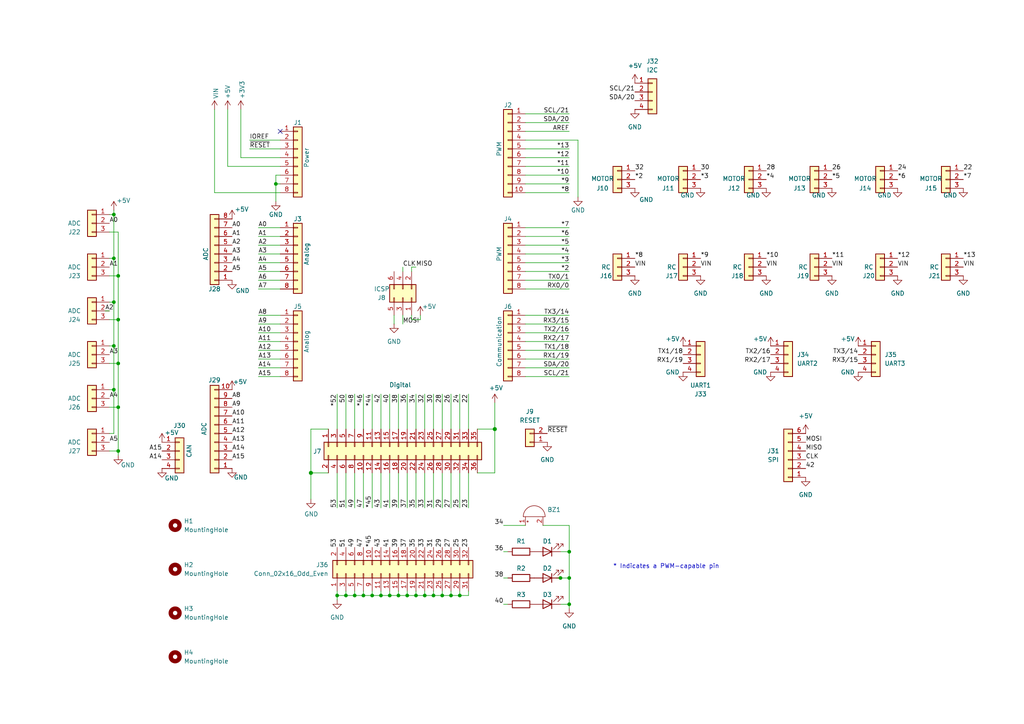
<source format=kicad_sch>
(kicad_sch (version 20231120) (generator "eeschema") (generator_version "8.0")
  (paper "A4")
  (title_block (date "mar. 31 mars 2015"))
  (junction (at 128.27 172.72))
  (junction (at 162.56 167.64))
  (junction (at 90.17 137.16) (diameter 1.016))
  (junction (at 33.02 74.93))
  (junction (at 80.01 53.34))
  (junction (at 110.49 172.72))
  (junction (at 130.81 172.72))
  (junction (at 34.29 118.11))
  (junction (at 34.29 92.71))
  (junction (at 34.29 105.41))
  (junction (at 113.03 172.72))
  (junction (at 34.29 130.81))
  (junction (at 33.02 100.33))
  (junction (at 125.73 172.72))
  (junction (at 133.35 172.72))
  (junction (at 34.29 80.01))
  (junction (at 97.79 172.72))
  (junction (at 33.02 62.23))
  (junction (at 33.02 87.63))
  (junction (at 107.95 172.72))
  (junction (at 165.1 175.26))
  (junction (at 123.19 172.72))
  (junction (at 100.33 172.72))
  (junction (at 165.1 167.64))
  (junction (at 118.11 172.72))
  (junction (at 102.87 172.72))
  (junction (at 120.65 172.72))
  (junction (at 33.02 113.03))
  (junction (at 105.41 172.72))
  (junction (at 165.1 160.02))
  (junction (at 115.57 172.72))
  (junction (at 143.51 124.46) (diameter 1.016))
  (no_connect (at 81.28 38.1))
  (wire (pts (xy 152.4 83.82) (xy 165.1 83.82)))
  (wire (pts (xy 97.79 171.45) (xy 97.79 172.72)))
  (wire (pts (xy 118.11 171.45) (xy 118.11 172.72)))
  (wire (pts (xy 121.92 91.44) (xy 121.92 92.71)))
  (wire (pts (xy 74.93 83.82) (xy 81.28 83.82)))
  (wire (pts (xy 128.27 171.45) (xy 128.27 172.72)))
  (wire (pts (xy 152.4 50.8) (xy 165.1 50.8)))
  (wire (pts (xy 113.03 114.3) (xy 113.03 124.46)))
  (wire (pts (xy 133.35 172.72) (xy 135.89 172.72)))
  (wire (pts (xy 146.05 175.26) (xy 147.32 175.26)))
  (wire (pts (xy 118.11 172.72) (xy 120.65 172.72)))
  (wire (pts (xy 152.4 33.02) (xy 165.1 33.02)))
  (wire (pts (xy 115.57 114.3) (xy 115.57 124.46)))
  (wire (pts (xy 113.03 172.72) (xy 115.57 172.72)))
  (wire (pts (xy 143.51 124.46) (xy 143.51 137.16)))
  (wire (pts (xy 95.25 124.46) (xy 90.17 124.46)))
  (wire (pts (xy 146.05 167.64) (xy 147.32 167.64)))
  (wire (pts (xy 97.79 172.72) (xy 100.33 172.72)))
  (wire (pts (xy 152.4 96.52) (xy 165.1 96.52)))
  (wire (pts (xy 80.01 50.8) (xy 80.01 53.34)))
  (wire (pts (xy 162.56 167.64) (xy 165.1 167.64)))
  (wire (pts (xy 118.11 137.16) (xy 118.11 147.32)))
  (wire (pts (xy 74.93 78.74) (xy 81.28 78.74)))
  (wire (pts (xy 123.19 114.3) (xy 123.19 124.46)))
  (wire (pts (xy 100.33 114.3) (xy 100.33 124.46)))
  (wire (pts (xy 135.89 114.3) (xy 135.89 124.46)))
  (wire (pts (xy 33.02 62.23) (xy 31.75 62.23)))
  (wire (pts (xy 165.1 160.02) (xy 165.1 167.64)))
  (wire (pts (xy 80.01 53.34) (xy 80.01 58.42)))
  (wire (pts (xy 130.81 137.16) (xy 130.81 147.32)))
  (wire (pts (xy 69.85 45.72) (xy 81.28 45.72)))
  (wire (pts (xy 110.49 114.3) (xy 110.49 124.46)))
  (wire (pts (xy 33.02 113.03) (xy 33.02 100.33)))
  (wire (pts (xy 128.27 172.72) (xy 130.81 172.72)))
  (wire (pts (xy 66.04 48.26) (xy 81.28 48.26)))
  (wire (pts (xy 125.73 172.72) (xy 128.27 172.72)))
  (wire (pts (xy 66.04 31.75) (xy 66.04 48.26)))
  (wire (pts (xy 120.65 171.45) (xy 120.65 172.72)))
  (wire (pts (xy 74.93 109.22) (xy 81.28 109.22)))
  (wire (pts (xy 157.48 152.4) (xy 165.1 152.4)))
  (wire (pts (xy 105.41 137.16) (xy 105.41 147.32)))
  (wire (pts (xy 128.27 137.16) (xy 128.27 147.32)))
  (wire (pts (xy 31.75 130.81) (xy 34.29 130.81)))
  (wire (pts (xy 31.75 74.93) (xy 33.02 74.93)))
  (wire (pts (xy 152.4 43.18) (xy 165.1 43.18)))
  (wire (pts (xy 165.1 175.26) (xy 165.1 176.53)))
  (wire (pts (xy 146.05 152.4) (xy 152.4 152.4)))
  (wire (pts (xy 69.85 31.75) (xy 69.85 45.72)))
  (wire (pts (xy 152.4 66.04) (xy 165.1 66.04)))
  (wire (pts (xy 110.49 137.16) (xy 110.49 147.32)))
  (wire (pts (xy 81.28 66.04) (xy 74.93 66.04)))
  (wire (pts (xy 120.65 137.16) (xy 120.65 147.32)))
  (wire (pts (xy 152.4 45.72) (xy 165.1 45.72)))
  (wire (pts (xy 81.28 106.68) (xy 74.93 106.68)))
  (wire (pts (xy 165.1 167.64) (xy 165.1 175.26)))
  (wire (pts (xy 34.29 80.01) (xy 34.29 92.71)))
  (wire (pts (xy 152.4 68.58) (xy 165.1 68.58)))
  (wire (pts (xy 31.75 90.17) (xy 30.48 90.17)))
  (wire (pts (xy 34.29 118.11) (xy 34.29 130.81)))
  (wire (pts (xy 152.4 104.14) (xy 165.1 104.14)))
  (wire (pts (xy 31.75 105.41) (xy 34.29 105.41)))
  (wire (pts (xy 115.57 171.45) (xy 115.57 172.72)))
  (wire (pts (xy 120.65 114.3) (xy 120.65 124.46)))
  (wire (pts (xy 133.35 171.45) (xy 133.35 172.72)))
  (wire (pts (xy 90.17 124.46) (xy 90.17 137.16)))
  (wire (pts (xy 120.65 172.72) (xy 123.19 172.72)))
  (wire (pts (xy 105.41 114.3) (xy 105.41 124.46)))
  (wire (pts (xy 95.25 137.16) (xy 90.17 137.16)))
  (wire (pts (xy 33.02 62.23) (xy 33.02 60.96)))
  (wire (pts (xy 119.38 77.47) (xy 120.65 77.47)))
  (wire (pts (xy 31.75 100.33) (xy 33.02 100.33)))
  (wire (pts (xy 152.4 53.34) (xy 165.1 53.34)))
  (wire (pts (xy 128.27 114.3) (xy 128.27 124.46)))
  (wire (pts (xy 125.73 114.3) (xy 125.73 124.46)))
  (wire (pts (xy 102.87 172.72) (xy 105.41 172.72)))
  (wire (pts (xy 125.73 137.16) (xy 125.73 147.32)))
  (wire (pts (xy 102.87 137.16) (xy 102.87 147.32)))
  (wire (pts (xy 133.35 114.3) (xy 133.35 124.46)))
  (wire (pts (xy 34.29 92.71) (xy 34.29 105.41)))
  (wire (pts (xy 152.4 73.66) (xy 165.1 73.66)))
  (wire (pts (xy 119.38 92.71) (xy 121.92 92.71)))
  (wire (pts (xy 113.03 137.16) (xy 113.03 147.32)))
  (wire (pts (xy 107.95 114.3) (xy 107.95 124.46)))
  (wire (pts (xy 135.89 172.72) (xy 135.89 171.45)))
  (wire (pts (xy 107.95 171.45) (xy 107.95 172.72)))
  (wire (pts (xy 72.39 40.64) (xy 81.28 40.64)))
  (wire (pts (xy 130.81 171.45) (xy 130.81 172.72)))
  (wire (pts (xy 31.75 80.01) (xy 34.29 80.01)))
  (wire (pts (xy 102.87 171.45) (xy 102.87 172.72)))
  (wire (pts (xy 110.49 171.45) (xy 110.49 172.72)))
  (wire (pts (xy 125.73 171.45) (xy 125.73 172.72)))
  (wire (pts (xy 114.3 91.44) (xy 114.3 93.98)))
  (wire (pts (xy 152.4 93.98) (xy 165.1 93.98)))
  (wire (pts (xy 107.95 137.16) (xy 107.95 147.32)))
  (wire (pts (xy 143.51 116.84) (xy 143.51 124.46)))
  (wire (pts (xy 116.84 91.44) (xy 116.84 93.98)))
  (wire (pts (xy 31.75 67.31) (xy 34.29 67.31)))
  (wire (pts (xy 167.64 40.64) (xy 167.64 57.15)))
  (wire (pts (xy 123.19 171.45) (xy 123.19 172.72)))
  (wire (pts (xy 152.4 109.22) (xy 165.1 109.22)))
  (wire (pts (xy 152.4 38.1) (xy 165.1 38.1)))
  (wire (pts (xy 138.43 124.46) (xy 143.51 124.46)))
  (wire (pts (xy 105.41 171.45) (xy 105.41 172.72)))
  (wire (pts (xy 152.4 101.6) (xy 165.1 101.6)))
  (wire (pts (xy 74.93 99.06) (xy 81.28 99.06)))
  (wire (pts (xy 34.29 130.81) (xy 34.29 132.08)))
  (wire (pts (xy 123.19 172.72) (xy 125.73 172.72)))
  (wire (pts (xy 100.33 172.72) (xy 102.87 172.72)))
  (wire (pts (xy 81.28 71.12) (xy 74.93 71.12)))
  (wire (pts (xy 72.39 43.18) (xy 81.28 43.18)))
  (wire (pts (xy 152.4 91.44) (xy 165.1 91.44)))
  (wire (pts (xy 165.1 160.02) (xy 162.56 160.02)))
  (wire (pts (xy 81.28 53.34) (xy 80.01 53.34)))
  (wire (pts (xy 100.33 171.45) (xy 100.33 172.72)))
  (wire (pts (xy 165.1 152.4) (xy 165.1 160.02)))
  (wire (pts (xy 31.75 87.63) (xy 33.02 87.63)))
  (wire (pts (xy 34.29 105.41) (xy 34.29 118.11)))
  (wire (pts (xy 81.28 55.88) (xy 62.23 55.88)))
  (wire (pts (xy 97.79 114.3) (xy 97.79 124.46)))
  (wire (pts (xy 115.57 172.72) (xy 118.11 172.72)))
  (wire (pts (xy 74.93 68.58) (xy 81.28 68.58)))
  (wire (pts (xy 100.33 137.16) (xy 100.33 147.32)))
  (wire (pts (xy 107.95 172.72) (xy 110.49 172.72)))
  (wire (pts (xy 116.84 77.47) (xy 116.84 78.74)))
  (wire (pts (xy 123.19 137.16) (xy 123.19 147.32)))
  (wire (pts (xy 81.28 96.52) (xy 74.93 96.52)))
  (wire (pts (xy 33.02 87.63) (xy 33.02 74.93)))
  (wire (pts (xy 146.05 160.02) (xy 147.32 160.02)))
  (wire (pts (xy 97.79 137.16) (xy 97.79 147.32)))
  (wire (pts (xy 105.41 172.72) (xy 107.95 172.72)))
  (wire (pts (xy 152.4 99.06) (xy 165.1 99.06)))
  (wire (pts (xy 152.4 40.64) (xy 167.64 40.64)))
  (wire (pts (xy 31.75 125.73) (xy 33.02 125.73)))
  (wire (pts (xy 115.57 137.16) (xy 115.57 147.32)))
  (wire (pts (xy 31.75 92.71) (xy 34.29 92.71)))
  (wire (pts (xy 81.28 50.8) (xy 80.01 50.8)))
  (wire (pts (xy 74.93 104.14) (xy 81.28 104.14)))
  (wire (pts (xy 130.81 114.3) (xy 130.81 124.46)))
  (wire (pts (xy 31.75 118.11) (xy 34.29 118.11)))
  (wire (pts (xy 152.4 48.26) (xy 165.1 48.26)))
  (wire (pts (xy 118.11 114.3) (xy 118.11 124.46)))
  (wire (pts (xy 74.93 93.98) (xy 81.28 93.98)))
  (wire (pts (xy 161.29 167.64) (xy 162.56 167.64)))
  (wire (pts (xy 152.4 71.12) (xy 165.1 71.12)))
  (wire (pts (xy 119.38 78.74) (xy 119.38 77.47)))
  (wire (pts (xy 33.02 74.93) (xy 33.02 62.23)))
  (wire (pts (xy 33.02 100.33) (xy 33.02 87.63)))
  (wire (pts (xy 31.75 113.03) (xy 33.02 113.03)))
  (wire (pts (xy 74.93 73.66) (xy 81.28 73.66)))
  (wire (pts (xy 102.87 114.3) (xy 102.87 124.46)))
  (wire (pts (xy 97.79 172.72) (xy 97.79 173.99)))
  (wire (pts (xy 152.4 106.68) (xy 165.1 106.68)))
  (wire (pts (xy 143.51 137.16) (xy 138.43 137.16)))
  (wire (pts (xy 81.28 91.44) (xy 74.93 91.44)))
  (wire (pts (xy 119.38 91.44) (xy 119.38 92.71)))
  (wire (pts (xy 135.89 137.16) (xy 135.89 147.32)))
  (wire (pts (xy 165.1 175.26) (xy 162.56 175.26)))
  (wire (pts (xy 152.4 35.56) (xy 165.1 35.56)))
  (wire (pts (xy 133.35 137.16) (xy 133.35 147.32)))
  (wire (pts (xy 152.4 78.74) (xy 165.1 78.74)))
  (wire (pts (xy 152.4 76.2) (xy 165.1 76.2)))
  (wire (pts (xy 110.49 172.72) (xy 113.03 172.72)))
  (wire (pts (xy 34.29 67.31) (xy 34.29 80.01)))
  (wire (pts (xy 113.03 171.45) (xy 113.03 172.72)))
  (wire (pts (xy 130.81 172.72) (xy 133.35 172.72)))
  (wire (pts (xy 33.02 125.73) (xy 33.02 113.03)))
  (wire (pts (xy 152.4 81.28) (xy 165.1 81.28)))
  (wire (pts (xy 81.28 101.6) (xy 74.93 101.6)))
  (wire (pts (xy 62.23 55.88) (xy 62.23 31.75)))
  (wire (pts (xy 90.17 137.16) (xy 90.17 144.78)))
  (wire (pts (xy 81.28 81.28) (xy 74.93 81.28)))
  (wire (pts (xy 81.28 76.2) (xy 74.93 76.2)))
  (wire (pts (xy 152.4 55.88) (xy 165.1 55.88)))
  (text "* Indicates a PWM-capable pin" (at 177.8 165.1 0) (effects (font (size 1.27 1.27)) (justify left bottom)))
  (label "A10" (at 74.93 96.52 0))
  (label "A3" (at 31.75 102.87 0))
  (label "RX0{slash}0" (at 165.1 83.82 180))
  (label "A12" (at 67.31 125.73 0))
  (label "A15" (at 74.93 109.22 0))
  (label "32" (at 184.15 49.53 0))
  (label "A0" (at 31.75 64.77 0))
  (label "24" (at 260.35 49.53 0))
  (label "*4" (at 222.25 52.07 0))
  (label "A10" (at 67.31 120.65 0))
  (label "35" (at 120.65 158.75 90))
  (label "53" (at 97.79 158.75 90))
  (label "A2" (at 74.93 71.12 0))
  (label "RX2{slash}17" (at 165.1 99.06 180))
  (label "*4" (at 165.1 73.66 180))
  (label "VIN" (at 279.4 77.47 0))
  (label "*12" (at 260.35 74.93 0))
  (label "SDA{slash}20" (at 165.1 106.68 180))
  (label "26" (at 130.81 114.3 270))
  (label "A9" (at 67.31 118.11 0))
  (label "RX1{slash}19" (at 198.12 105.41 180))
  (label "31" (at 125.73 147.32 90))
  (label "22" (at 135.89 114.3 270))
  (label "33" (at 123.19 147.32 90))
  (label "36" (at 118.11 114.3 270))
  (label "A2" (at 30.48 90.17 0))
  (label "*2" (at 165.1 78.74 180))
  (label "*10" (at 222.25 74.93 0))
  (label "A1" (at 67.31 68.58 0))
  (label "37" (at 118.11 158.75 90))
  (label "TX1{slash}18" (at 165.1 101.6 180))
  (label "*44" (at 107.95 114.3 270))
  (label "A3" (at 74.93 73.66 0))
  (label "47" (at 105.41 158.75 90))
  (label "A3" (at 67.31 73.66 0))
  (label "CLK" (at 233.68 133.35 0))
  (label "*13" (at 165.1 43.18 180))
  (label "A14" (at 46.99 133.35 180))
  (label "VIN" (at 222.25 77.47 0))
  (label "A4" (at 67.31 76.2 0))
  (label "*7" (at 279.4 52.07 0))
  (label "*52" (at 97.79 114.3 270))
  (label "*12" (at 165.1 45.72 180))
  (label "33" (at 123.19 158.75 90))
  (label "39" (at 115.57 158.75 90))
  (label "40" (at 113.03 114.3 270))
  (label "RX2{slash}17" (at 223.52 105.41 180))
  (label "51" (at 100.33 158.75 90))
  (label "~{RESET}" (at 72.39 43.18 0))
  (label "A4" (at 31.75 115.57 0))
  (label "25" (at 133.35 158.75 90))
  (label "RX3{slash}15" (at 248.92 105.41 180))
  (label "35" (at 120.65 147.32 90))
  (label "*10" (at 165.1 50.8 180))
  (label "VIN" (at 184.15 77.47 0))
  (label "SCL{slash}21" (at 184.15 26.67 180))
  (label "VIN" (at 260.35 77.47 0))
  (label "VIN" (at 241.3 77.47 0))
  (label "34" (at 146.05 152.4 180))
  (label "38" (at 146.05 167.64 180))
  (label "*8" (at 184.15 74.93 0))
  (label "A8" (at 67.31 115.57 0))
  (label "28" (at 128.27 114.3 270))
  (label "30" (at 203.2 49.53 0))
  (label "*13" (at 279.4 74.93 0))
  (label "MISO" (at 120.65 77.47 0))
  (label "42" (at 233.68 135.89 0))
  (label "26" (at 241.3 49.53 0))
  (label "23" (at 135.89 147.32 90))
  (label "41" (at 113.03 158.75 90))
  (label "A0" (at 67.31 66.04 0))
  (label "*45" (at 107.95 158.75 90))
  (label "29" (at 128.27 147.32 90))
  (label "A13" (at 74.93 104.14 0))
  (label "41" (at 113.03 147.32 90))
  (label "30" (at 125.73 114.3 270))
  (label "47" (at 105.41 147.32 90))
  (label "34" (at 120.65 114.3 270))
  (label "*45" (at 107.95 147.32 90))
  (label "28" (at 222.25 49.53 0))
  (label "38" (at 115.57 114.3 270))
  (label "51" (at 100.33 147.32 90))
  (label "*7" (at 165.1 66.04 180))
  (label "*6" (at 260.35 52.07 0))
  (label "SDA{slash}20" (at 165.1 35.56 180))
  (label "*8" (at 165.1 55.88 180))
  (label "A5" (at 31.75 128.27 0))
  (label "49" (at 102.87 158.75 90))
  (label "A5" (at 67.31 78.74 0))
  (label "TX3{slash}14" (at 248.92 102.87 180))
  (label "*9" (at 203.2 74.93 0))
  (label "TX1{slash}18" (at 198.12 102.87 180))
  (label "36" (at 146.05 160.02 180))
  (label "*5" (at 241.3 52.07 0))
  (label "A9" (at 74.93 93.98 0))
  (label "31" (at 125.73 158.75 90))
  (label "A13" (at 67.31 128.27 0))
  (label "*11" (at 165.1 48.26 180))
  (label "29" (at 128.27 158.75 90))
  (label "A1" (at 31.75 77.47 0))
  (label "CLK" (at 116.84 77.47 0))
  (label "*3" (at 165.1 76.2 180))
  (label "A11" (at 67.31 123.19 0))
  (label "A6" (at 74.93 81.28 0))
  (label "A15" (at 67.31 133.35 0))
  (label "42" (at 110.49 114.3 270))
  (label "A1" (at 74.93 68.58 0))
  (label "23" (at 135.89 158.75 90))
  (label "53" (at 97.79 147.32 90))
  (label "TX0{slash}1" (at 165.1 81.28 180))
  (label "MOSI" (at 233.68 128.27 0))
  (label "40" (at 146.05 175.26 180))
  (label "24" (at 133.35 114.3 270))
  (label "RX1{slash}19" (at 165.1 104.14 180))
  (label "A0" (at 74.93 66.04 0))
  (label "43" (at 110.49 158.75 90))
  (label "AREF" (at 165.1 38.1 180))
  (label "A14" (at 74.93 106.68 0))
  (label "39" (at 115.57 147.32 90))
  (label "A8" (at 74.93 91.44 0))
  (label "27" (at 130.81 158.75 90))
  (label "*2" (at 184.15 52.07 0))
  (label "27" (at 130.81 147.32 90))
  (label "37" (at 118.11 147.32 90))
  (label "25" (at 133.35 147.32 90))
  (label "*6" (at 165.1 68.58 180))
  (label "*3" (at 203.2 52.07 0))
  (label "*46" (at 105.41 114.3 270))
  (label "VIN" (at 203.2 77.47 0))
  (label "MISO" (at 233.68 130.81 0))
  (label "SCL{slash}21" (at 165.1 33.02 180))
  (label "*9" (at 165.1 53.34 180))
  (label "SDA{slash}20" (at 184.15 29.21 180))
  (label "*11" (at 241.3 74.93 0))
  (label "22" (at 279.4 49.53 0))
  (label "50" (at 100.33 114.3 270))
  (label "TX2{slash}16" (at 165.1 96.52 180))
  (label "*5" (at 165.1 71.12 180))
  (label "IOREF" (at 72.39 40.64 0))
  (label "A7" (at 74.93 83.82 0))
  (label "~{RESET}" (at 158.75 125.73 0))
  (label "A11" (at 74.93 99.06 0))
  (label "A4" (at 74.93 76.2 0))
  (label "49" (at 102.87 147.32 90))
  (label "TX2{slash}16" (at 223.52 102.87 180))
  (label "A5" (at 74.93 78.74 0))
  (label "RX3{slash}15" (at 165.1 93.98 180))
  (label "TX3{slash}14" (at 165.1 91.44 180))
  (label "A14" (at 67.31 130.81 0))
  (label "MOSI" (at 116.84 93.98 0))
  (label "32" (at 123.19 114.3 270))
  (label "43" (at 110.49 147.32 90))
  (label "A2" (at 67.31 71.12 0))
  (label "A12" (at 74.93 101.6 0))
  (label "SCL{slash}21" (at 165.1 109.22 180))
  (label "48" (at 102.87 114.3 270))
  (label "A15" (at 46.99 130.81 180))
  (symbol (lib_id "Connector_Generic:Conn_01x08") (at 86.36 45.72 0) (unit 1)
    (property "Reference" "J1" (at 86.36 35.56 0))
    (property "Value" "Power" (at 88.9 45.72 90))
    (property "Footprint" "Connector_PinHeader_2.54mm:PinHeader_1x08_P2.54mm_Vertical" (effects (hide yes)))
  )
  (symbol (lib_id "power:+3V3") (at 69.85 31.75 0) (unit 1)
    (property "Reference" "#PWR03" (effects (hide yes)))
    (property "Value" "+3V3" (at 70.231 28.702 90) (effects (justify left)))
  )
  (symbol (lib_id "power:+5V") (at 66.04 31.75 0) (unit 1)
    (property "Reference" "#PWR02" (effects (hide yes)))
    (property "Value" "+5V" (at 66.04 28.702 90) (effects (justify left)))
  )
  (symbol (lib_id "power:GND") (at 80.01 58.42 0) (unit 1)
    (property "Reference" "#PWR04" (effects (hide yes)))
    (property "Value" "GND" (at 80.01 62.23 0))
  )
  (symbol (lib_id "Connector_Generic:Conn_01x10") (at 147.32 43.18 0) (mirror y) (unit 1)
    (property "Reference" "J2" (at 147.32 30.48 0))
    (property "Value" "PWM" (at 144.78 43.18 90))
    (property "Footprint" "Connector_PinHeader_2.54mm:PinHeader_1x10_P2.54mm_Vertical" (effects (hide yes)))
  )
  (symbol (lib_id "power:GND") (at 167.64 57.15 0) (unit 1)
    (property "Reference" "#PWR05" (effects (hide yes)))
    (property "Value" "GND" (at 167.64 60.96 0))
  )
  (symbol (lib_id "Connector_Generic:Conn_01x08") (at 86.36 73.66 0) (unit 1)
    (property "Reference" "J3" (at 86.36 63.5 0))
    (property "Value" "Analog" (at 88.9 73.66 90))
    (property "Footprint" "Connector_PinHeader_2.54mm:PinHeader_1x08_P2.54mm_Vertical" (effects (hide yes)))
  )
  (symbol (lib_id "Connector_Generic:Conn_01x08") (at 147.32 73.66 0) (mirror y) (unit 1)
    (property "Reference" "J4" (at 147.32 63.5 0))
    (property "Value" "PWM" (at 144.78 73.66 90))
    (property "Footprint" "Connector_PinHeader_2.54mm:PinHeader_1x08_P2.54mm_Vertical" (effects (hide yes)))
  )
  (symbol (lib_id "Connector_Generic:Conn_01x08") (at 86.36 99.06 0) (unit 1)
    (property "Reference" "J5" (at 86.36 88.9 0))
    (property "Value" "Analog" (at 88.9 99.06 90))
    (property "Footprint" "Connector_PinHeader_2.54mm:PinHeader_1x08_P2.54mm_Vertical" (effects (hide yes)))
  )
  (symbol (lib_id "Connector_Generic:Conn_01x08") (at 147.32 99.06 0) (mirror y) (unit 1)
    (property "Reference" "J6" (at 147.32 88.9 0))
    (property "Value" "Communication" (at 144.78 99.06 90))
    (property "Footprint" "Connector_PinHeader_2.54mm:PinHeader_1x08_P2.54mm_Vertical" (effects (hide yes)))
  )
  (symbol (lib_id "Connector_Generic:Conn_02x18_Odd_Even") (at 115.57 129.54 90) (mirror x) (unit 1)
    (property "Reference" "J7" (at 93.2179 130.9306 90) (effects (justify left)))
    (property "Value" "Digital" (at 116.078 111.633 90))
    (property "Footprint" "Connector_PinHeader_2.54mm:PinHeader_2x18_P2.54mm_Vertical" (effects (hide yes)))
  )
  (symbol (lib_id "power:GND") (at 90.17 144.78 0) (unit 1)
    (property "Reference" "#PWR07" (effects (hide yes)))
    (property "Value" "GND" (at 90.2843 149.1044 0))
  )
  (symbol (lib_id "power:+5V") (at 143.51 116.84 0) (unit 1)
    (property "Reference" "#PWR06" (effects (hide yes)))
    (property "Value" "+5V" (at 143.8783 112.5156 0))
  )
  (symbol (lib_name "GND_7") (lib_id "power:GND") (at 223.52 107.95 0) (unit 1)
    (property "Reference" "#PWR044" (effects (hide yes)))
    (property "Value" "GND" (at 220.472 107.95 0))
    (property "Description" "Power symbol creates a global label with name \"GND\" , ground" (effects (hide yes)))
  )
  (symbol (lib_id "Connector_Generic:Conn_01x03") (at 236.22 77.47 0) (mirror y) (unit 1)
    (property "Reference" "J19" (at 232.918 80.01 0))
    (property "Value" "RC" (at 232.918 77.47 0))
    (property "Footprint" "Connector_JST:JST_XH_B3B-XH-A_1x03_P2.50mm_Vertical" (effects (hide yes)))
    (property "Description" "Generic connector, single row, 01x03, script generated (kicad-library-utils/schlib/autogen/connector/)" (effects (hide yes)))
  )
  (symbol (lib_id "Connector_Generic:Conn_01x03") (at 179.07 77.47 0) (mirror y) (unit 1)
    (property "Reference" "J16" (at 175.768 80.01 0))
    (property "Value" "RC" (at 175.768 77.47 0))
    (property "Footprint" "Connector_JST:JST_XH_B3B-XH-A_1x03_P2.50mm_Vertical" (effects (hide yes)))
    (property "Description" "Generic connector, single row, 01x03, script generated (kicad-library-utils/schlib/autogen/connector/)" (effects (hide yes)))
  )
  (symbol (lib_id "Device:LED") (at 158.75 175.26 180) (unit 1)
    (property "Reference" "D3" (at 158.75 172.466 0))
    (property "Value" "LED" (effects (hide yes)))
    (property "Footprint" "LED_SMD:LED_0603_1608Metric" (effects (hide yes)))
    (property "Description" "Light emitting diode" (effects (hide yes)))
  )
  (symbol (lib_id "Mechanical:MountingHole") (at 50.8 190.5 0) (unit 1) (exclude_from_sim yes) (in_bom no)
    (property "Reference" "H4" (at 53.34 189.2299 0) (effects (justify left)))
    (property "Value" "MountingHole" (at 53.34 191.7699 0) (effects (justify left)))
    (property "Footprint" "MountingHole:MountingHole_3.5mm_Pad_Via" (effects (hide yes)))
    (property "Description" "Mounting Hole without connection" (effects (hide yes)))
  )
  (symbol (lib_name "GND_8") (lib_id "power:GND") (at 165.1 176.53 0) (unit 1)
    (property "Reference" "#PWR051" (effects (hide yes)))
    (property "Value" "GND" (at 165.1 181.61 0))
    (property "Description" "Power symbol creates a global label with name \"GND\" , ground" (effects (hide yes)))
  )
  (symbol (lib_id "Connector_Generic:Conn_01x03") (at 255.27 52.07 0) (mirror y) (unit 1)
    (property "Reference" "J14" (at 250.952 54.61 0))
    (property "Value" "MOTOR" (at 250.952 51.816 0))
    (property "Footprint" "Connector_JST:JST_XH_B3B-XH-A_1x03_P2.50mm_Vertical" (effects (hide yes)))
    (property "Description" "Generic connector, single row, 01x03, script generated (kicad-library-utils/schlib/autogen/connector/)" (effects (hide yes)))
  )
  (symbol (lib_name "GND_7") (lib_id "power:GND") (at 198.12 107.95 0) (unit 1)
    (property "Reference" "#PWR022" (effects (hide yes)))
    (property "Value" "GND" (at 195.072 107.95 0))
    (property "Description" "Power symbol creates a global label with name \"GND\" , ground" (effects (hide yes)))
  )
  (symbol (lib_id "Connector_Generic:Conn_01x03") (at 198.12 77.47 0) (mirror y) (unit 1)
    (property "Reference" "J17" (at 194.818 80.01 0))
    (property "Value" "RC" (at 194.818 77.47 0))
    (property "Footprint" "Connector_JST:JST_XH_B3B-XH-A_1x03_P2.50mm_Vertical" (effects (hide yes)))
    (property "Description" "Generic connector, single row, 01x03, script generated (kicad-library-utils/schlib/autogen/connector/)" (effects (hide yes)))
  )
  (symbol (lib_id "Connector_Generic:Conn_01x08") (at 62.23 73.66 180) (unit 1)
    (property "Reference" "J28" (at 62.23 83.82 0))
    (property "Value" "ADC" (at 59.69 73.66 90))
    (property "Footprint" "Connector_JST:JST_XH_B8B-XH-A_1x08_P2.50mm_Vertical" (effects (hide yes)))
  )
  (symbol (lib_name "+5V_2") (lib_id "power:+5V") (at 233.68 125.73 0) (unit 1)
    (property "Reference" "#PWR011" (effects (hide yes)))
    (property "Value" "+5V" (at 233.68 120.65 0))
    (property "Description" "Power symbol creates a global label with name \"+5V\"" (effects (hide yes)))
  )
  (symbol (lib_name "+5V_1") (lib_id "power:+5V") (at 121.92 91.44 0) (unit 1)
    (property "Reference" "#PWR09" (effects (hide yes)))
    (property "Value" "+5V" (at 124.46 88.9 0))
    (property "Description" "Power symbol creates a global label with name \"+5V\"" (effects (hide yes)))
  )
  (symbol (lib_id "Connector_Generic:Conn_01x04") (at 228.6 102.87 0) (unit 1)
    (property "Reference" "J34" (at 231.14 102.8699 0) (effects (justify left)))
    (property "Value" "UART2" (at 231.14 105.4099 0) (effects (justify left)))
    (property "Footprint" "Connector_JST:JST_XH_B4B-XH-A_1x04_P2.50mm_Vertical" (effects (hide yes)))
    (property "Description" "Generic connector, single row, 01x04, script generated (kicad-library-utils/schlib/autogen/connector/)" (effects (hide yes)))
  )
  (symbol (lib_name "GND_4") (lib_id "power:GND") (at 260.35 54.61 0) (unit 1)
    (property "Reference" "#PWR026" (effects (hide yes)))
    (property "Value" "GND" (at 256.54 56.642 0))
    (property "Description" "Power symbol creates a global label with name \"GND\" , ground" (effects (hide yes)))
  )
  (symbol (lib_id "Mechanical:MountingHole") (at 50.8 165.1 0) (unit 1) (exclude_from_sim yes) (in_bom no)
    (property "Reference" "H2" (at 53.34 163.8299 0) (effects (justify left)))
    (property "Value" "MountingHole" (at 53.34 166.3699 0) (effects (justify left)))
    (property "Footprint" "MountingHole:MountingHole_3.5mm_Pad_Via" (effects (hide yes)))
    (property "Description" "Mounting Hole without connection" (effects (hide yes)))
  )
  (symbol (lib_name "GND_4") (lib_id "power:GND") (at 184.15 54.61 0) (unit 1)
    (property "Reference" "#PWR013" (effects (hide yes)))
    (property "Value" "GND" (at 187.452 57.912 0))
    (property "Description" "Power symbol creates a global label with name \"GND\" , ground" (effects (hide yes)))
  )
  (symbol (lib_id "Connector_Generic:Conn_01x03") (at 217.17 77.47 0) (mirror y) (unit 1)
    (property "Reference" "J18" (at 213.868 80.01 0))
    (property "Value" "RC" (at 213.868 77.47 0))
    (property "Footprint" "Connector_JST:JST_XH_B3B-XH-A_1x03_P2.50mm_Vertical" (effects (hide yes)))
    (property "Description" "Generic connector, single row, 01x03, script generated (kicad-library-utils/schlib/autogen/connector/)" (effects (hide yes)))
  )
  (symbol (lib_name "GND_4") (lib_id "power:GND") (at 184.15 80.01 0) (unit 1)
    (property "Reference" "#PWR019" (effects (hide yes)))
    (property "Value" "GND" (at 184.15 85.09 0))
    (property "Description" "Power symbol creates a global label with name \"GND\" , ground" (effects (hide yes)))
  )
  (symbol (lib_name "GND_7") (lib_id "power:GND") (at 248.92 107.95 0) (unit 1)
    (property "Reference" "#PWR046" (effects (hide yes)))
    (property "Value" "GND" (at 245.872 107.95 0))
    (property "Description" "Power symbol creates a global label with name \"GND\" , ground" (effects (hide yes)))
  )
  (symbol (lib_id "power:VCC") (at 62.23 31.75 0) (unit 1)
    (property "Reference" "#PWR01" (effects (hide yes)))
    (property "Value" "VIN" (at 62.611 28.702 90) (effects (justify left)))
  )
  (symbol (lib_name "+5V_4") (lib_id "power:+5V") (at 33.02 60.96 0) (unit 1)
    (property "Reference" "#PWR047" (effects (hide yes)))
    (property "Value" "+5V" (at 35.814 58.166 0))
    (property "Description" "Power symbol creates a global label with name \"+5V\"" (effects (hide yes)))
  )
  (symbol (lib_id "Connector_Generic:Conn_01x04") (at 52.07 130.81 0) (unit 1)
    (property "Reference" "J30" (at 52.07 123.444 0))
    (property "Value" "CAN" (at 54.864 130.81 90))
    (property "Footprint" "Connector_JST:JST_XH_B4B-XH-A_1x04_P2.50mm_Vertical" (effects (hide yes)))
    (property "Description" "Generic connector, single row, 01x04, script generated (kicad-library-utils/schlib/autogen/connector/)" (effects (hide yes)))
  )
  (symbol (lib_id "Connector_Generic:Conn_01x03") (at 198.12 52.07 0) (mirror y) (unit 1)
    (property "Reference" "J11" (at 193.802 54.61 0))
    (property "Value" "MOTOR" (at 193.802 51.816 0))
    (property "Footprint" "Connector_JST:JST_XH_B3B-XH-A_1x03_P2.50mm_Vertical" (effects (hide yes)))
    (property "Description" "Generic connector, single row, 01x03, script generated (kicad-library-utils/schlib/autogen/connector/)" (effects (hide yes)))
  )
  (symbol (lib_id "Device:Buzzer") (at 154.94 149.86 90) (unit 1)
    (property "Reference" "BZ1" (at 158.75 147.8348 90) (effects (justify right)))
    (property "Value" "Buzzer" (effects (hide yes)))
    (property "Footprint" "Buzzer_Beeper:Buzzer_12x9.5RM7.6" (effects (hide yes)))
    (property "Description" "Buzzer, polarized" (effects (hide yes)))
  )
  (symbol (lib_name "GND_3") (lib_id "power:GND") (at 158.75 128.27 0) (unit 1)
    (property "Reference" "#PWR012" (effects (hide yes)))
    (property "Value" "GND" (at 158.75 133.35 0))
    (property "Description" "Power symbol creates a global label with name \"GND\" , ground" (effects (hide yes)))
  )
  (symbol (lib_name "GND_4") (lib_id "power:GND") (at 260.35 80.01 0) (unit 1)
    (property "Reference" "#PWR031" (effects (hide yes)))
    (property "Value" "GND" (at 260.35 85.09 0))
    (property "Description" "Power symbol creates a global label with name \"GND\" , ground" (effects (hide yes)))
  )
  (symbol (lib_id "Connector_Generic:Conn_01x03") (at 255.27 77.47 0) (mirror y) (unit 1)
    (property "Reference" "J20" (at 251.968 80.01 0))
    (property "Value" "RC" (at 251.968 77.47 0))
    (property "Footprint" "Connector_JST:JST_XH_B3B-XH-A_1x03_P2.50mm_Vertical" (effects (hide yes)))
    (property "Description" "Generic connector, single row, 01x03, script generated (kicad-library-utils/schlib/autogen/connector/)" (effects (hide yes)))
  )
  (symbol (lib_name "+5V_5") (lib_id "power:+5V") (at 184.15 24.13 0) (mirror y) (unit 1)
    (property "Reference" "#PWR018" (effects (hide yes)))
    (property "Value" "+5V" (at 184.15 19.05 0))
    (property "Description" "Power symbol creates a global label with name \"+5V\"" (effects (hide yes)))
  )
  (symbol (lib_name "GND_4") (lib_id "power:GND") (at 241.3 80.01 0) (unit 1)
    (property "Reference" "#PWR030" (effects (hide yes)))
    (property "Value" "GND" (at 241.3 85.09 0))
    (property "Description" "Power symbol creates a global label with name \"GND\" , ground" (effects (hide yes)))
  )
  (symbol (lib_id "Connector_Generic:Conn_01x04") (at 254 102.87 0) (unit 1)
    (property "Reference" "J35" (at 256.54 102.8699 0) (effects (justify left)))
    (property "Value" "UART3" (at 256.54 105.4099 0) (effects (justify left)))
    (property "Footprint" "Connector_JST:JST_XH_B4B-XH-A_1x04_P2.50mm_Vertical" (effects (hide yes)))
    (property "Description" "Generic connector, single row, 01x04, script generated (kicad-library-utils/schlib/autogen/connector/)" (effects (hide yes)))
  )
  (symbol (lib_name "GND_9") (lib_id "power:GND") (at 67.31 81.28 0) (unit 1)
    (property "Reference" "#PWR053" (effects (hide yes)))
    (property "Value" "GND" (at 70.358 84.328 0))
    (property "Description" "Power symbol creates a global label with name \"GND\" , ground" (effects (hide yes)))
  )
  (symbol (lib_id "Connector_Generic:Conn_01x03") (at 274.32 77.47 0) (mirror y) (unit 1)
    (property "Reference" "J21" (at 271.018 80.01 0))
    (property "Value" "RC" (at 271.018 77.47 0))
    (property "Footprint" "Connector_JST:JST_XH_B3B-XH-A_1x03_P2.50mm_Vertical" (effects (hide yes)))
    (property "Description" "Generic connector, single row, 01x03, script generated (kicad-library-utils/schlib/autogen/connector/)" (effects (hide yes)))
  )
  (symbol (lib_name "+5V_5") (lib_id "power:+5V") (at 248.92 100.33 0) (unit 1)
    (property "Reference" "#PWR045" (effects (hide yes)))
    (property "Value" "+5V" (at 245.872 98.298 0))
    (property "Description" "Power symbol creates a global label with name \"+5V\"" (effects (hide yes)))
  )
  (symbol (lib_id "Device:LED") (at 158.75 167.64 180) (unit 1)
    (property "Reference" "D2" (at 158.75 164.846 0))
    (property "Value" "LED" (effects (hide yes)))
    (property "Footprint" "LED_SMD:LED_0603_1608Metric" (effects (hide yes)))
    (property "Description" "Light emitting diode" (effects (hide yes)))
  )
  (symbol (lib_name "GND_4") (lib_id "power:GND") (at 279.4 80.01 0) (unit 1)
    (property "Reference" "#PWR032" (effects (hide yes)))
    (property "Value" "GND" (at 279.4 85.09 0))
    (property "Description" "Power symbol creates a global label with name \"GND\" , ground" (effects (hide yes)))
  )
  (symbol (lib_name "+5V_5") (lib_id "power:+5V") (at 223.52 100.33 0) (unit 1)
    (property "Reference" "#PWR043" (effects (hide yes)))
    (property "Value" "+5V" (at 220.472 98.298 0))
    (property "Description" "Power symbol creates a global label with name \"+5V\"" (effects (hide yes)))
  )
  (symbol (lib_name "+5V_6") (lib_id "power:+5V") (at 67.31 63.5 0) (unit 1)
    (property "Reference" "#PWR052" (effects (hide yes)))
    (property "Value" "+5V" (at 70.104 60.706 0))
    (property "Description" "Power symbol creates a global label with name \"+5V\"" (effects (hide yes)))
  )
  (symbol (lib_id "Connector_Generic:Conn_02x03_Odd_Even") (at 116.84 86.36 270) (mirror x) (unit 1)
    (property "Reference" "J8" (at 109.474 86.36 90) (effects (justify left)))
    (property "Value" "ICSP" (at 108.458 83.82 90) (effects (justify left)))
    (property "Footprint" "Connector_PinHeader_2.54mm:PinHeader_2x03_P2.54mm_Vertical" (effects (hide yes)))
    (property "Description" "Generic connector, double row, 02x03, odd/even pin numbering scheme (row 1 odd numbers, row 2 even numbers), script generated (kicad-library-utils/schlib/autogen/connector/)" (effects (hide yes)))
  )
  (symbol (lib_id "Connector_Generic:Conn_01x03") (at 26.67 90.17 0) (mirror y) (unit 1)
    (property "Reference" "J24" (at 21.59 92.71 0))
    (property "Value" "ADC" (at 21.59 90.17 0))
    (property "Footprint" "Connector_JST:JST_XH_B3B-XH-A_1x03_P2.50mm_Vertical" (effects (hide yes)))
    (property "Description" "Generic connector, single row, 01x03, script generated (kicad-library-utils/schlib/autogen/connector/)" (effects (hide yes)))
  )
  (symbol (lib_id "Connector_Generic:Conn_01x03") (at 26.67 115.57 0) (mirror y) (unit 1)
    (property "Reference" "J26" (at 21.59 118.11 0))
    (property "Value" "ADC" (at 21.59 115.57 0))
    (property "Footprint" "Connector_JST:JST_XH_B3B-XH-A_1x03_P2.50mm_Vertical" (effects (hide yes)))
    (property "Description" "Generic connector, single row, 01x03, script generated (kicad-library-utils/schlib/autogen/connector/)" (effects (hide yes)))
  )
  (symbol (lib_id "Connector_Generic:Conn_01x06") (at 228.6 133.35 180) (unit 1)
    (property "Reference" "J31" (at 224.282 130.81 0))
    (property "Value" "SPI" (at 224.282 133.35 0))
    (property "Footprint" "Connector_JST:JST_XH_B6B-XH-A_1x06_P2.50mm_Vertical" (effects (hide yes)))
    (property "Description" "Generic connector, single row, 01x06, script generated (kicad-library-utils/schlib/autogen/connector/)" (effects (hide yes)))
  )
  (symbol (lib_id "Device:R") (at 151.13 160.02 270) (mirror x) (unit 1)
    (property "Reference" "R1" (at 151.13 156.972 90))
    (property "Value" "R" (effects (hide yes)))
    (property "Footprint" "Resistor_SMD:R_0603_1608Metric" (effects (hide yes)))
    (property "Description" "Resistor" (effects (hide yes)))
  )
  (symbol (lib_name "+5V_5") (lib_id "power:+5V") (at 198.12 100.33 0) (unit 1)
    (property "Reference" "#PWR021" (effects (hide yes)))
    (property "Value" "+5V" (at 195.072 98.298 0))
    (property "Description" "Power symbol creates a global label with name \"+5V\"" (effects (hide yes)))
  )
  (symbol (lib_name "+5V_3") (lib_id "power:+5V") (at 67.31 113.03 0) (mirror y) (unit 1)
    (property "Reference" "#PWR015" (effects (hide yes)))
    (property "Value" "+5V" (at 69.596 110.744 0))
    (property "Description" "Power symbol creates a global label with name \"+5V\"" (effects (hide yes)))
  )
  (symbol (lib_name "GND_12") (lib_id "power:GND") (at 46.99 135.89 0) (unit 1)
    (property "Reference" "#PWR034" (effects (hide yes)))
    (property "Value" "GND" (at 49.784 138.684 0))
    (property "Description" "Power symbol creates a global label with name \"GND\" , ground" (effects (hide yes)))
  )
  (symbol (lib_id "Connector_Generic:Conn_01x03") (at 26.67 102.87 0) (mirror y) (unit 1)
    (property "Reference" "J25" (at 21.59 105.41 0))
    (property "Value" "ADC" (at 21.59 102.87 0))
    (property "Footprint" "Connector_JST:JST_XH_B3B-XH-A_1x03_P2.50mm_Vertical" (effects (hide yes)))
    (property "Description" "Generic connector, single row, 01x03, script generated (kicad-library-utils/schlib/autogen/connector/)" (effects (hide yes)))
  )
  (symbol (lib_name "GND_4") (lib_id "power:GND") (at 279.4 54.61 0) (unit 1)
    (property "Reference" "#PWR027" (effects (hide yes)))
    (property "Value" "GND" (at 275.59 56.642 0))
    (property "Description" "Power symbol creates a global label with name \"GND\" , ground" (effects (hide yes)))
  )
  (symbol (lib_name "GND_4") (lib_id "power:GND") (at 222.25 54.61 0) (unit 1)
    (property "Reference" "#PWR024" (effects (hide yes)))
    (property "Value" "GND" (at 218.44 56.642 0))
    (property "Description" "Power symbol creates a global label with name \"GND\" , ground" (effects (hide yes)))
  )
  (symbol (lib_id "Connector_Generic:Conn_01x10") (at 62.23 125.73 180) (unit 1)
    (property "Reference" "J29" (at 64.008 110.236 0) (effects (justify left)))
    (property "Value" "ADC" (at 59.182 122.428 90) (effects (justify left)))
    (property "Footprint" "Connector_JST:JST_XH_B10B-XH-A_1x10_P2.50mm_Vertical" (effects (hide yes)))
    (property "Description" "Generic connector, single row, 01x10, script generated (kicad-library-utils/schlib/autogen/connector/)" (effects (hide yes)))
  )
  (symbol (lib_name "GND_6") (lib_id "power:GND") (at 34.29 132.08 0) (unit 1)
    (property "Reference" "#PWR042" (effects (hide yes)))
    (property "Value" "GND" (at 37.084 134.874 0))
    (property "Description" "Power symbol creates a global label with name \"GND\" , ground" (effects (hide yes)))
  )
  (symbol (lib_id "Connector_Generic:Conn_01x03") (at 274.32 52.07 0) (mirror y) (unit 1)
    (property "Reference" "J15" (at 270.002 54.61 0))
    (property "Value" "MOTOR" (at 270.002 51.816 0))
    (property "Footprint" "Connector_JST:JST_XH_B3B-XH-A_1x03_P2.50mm_Vertical" (effects (hide yes)))
    (property "Description" "Generic connector, single row, 01x03, script generated (kicad-library-utils/schlib/autogen/connector/)" (effects (hide yes)))
  )
  (symbol (lib_id "Connector_Generic:Conn_01x02") (at 153.67 128.27 180) (unit 1)
    (property "Reference" "J9" (at 153.67 119.38 0))
    (property "Value" "RESET" (at 153.67 121.92 0))
    (property "Footprint" "Connector_JST:JST_XH_B2B-XH-A_1x02_P2.50mm_Vertical" (effects (hide yes)))
    (property "Description" "Generic connector, single row, 01x02, script generated (kicad-library-utils/schlib/autogen/connector/)" (effects (hide yes)))
  )
  (symbol (lib_name "GND_4") (lib_id "power:GND") (at 203.2 80.01 0) (unit 1)
    (property "Reference" "#PWR028" (effects (hide yes)))
    (property "Value" "GND" (at 203.2 85.09 0))
    (property "Description" "Power symbol creates a global label with name \"GND\" , ground" (effects (hide yes)))
  )
  (symbol (lib_name "+5V_7") (lib_id "power:+5V") (at 46.99 128.27 0) (unit 1)
    (property "Reference" "#PWR033" (effects (hide yes)))
    (property "Value" "+5V" (at 49.784 125.476 0))
    (property "Description" "Power symbol creates a global label with name \"+5V\"" (effects (hide yes)))
  )
  (symbol (lib_id "Connector_Generic:Conn_01x03") (at 26.67 77.47 0) (mirror y) (unit 1)
    (property "Reference" "J23" (at 21.59 80.01 0))
    (property "Value" "ADC" (at 21.59 77.47 0))
    (property "Footprint" "Connector_JST:JST_XH_B3B-XH-A_1x03_P2.50mm_Vertical" (effects (hide yes)))
    (property "Description" "Generic connector, single row, 01x03, script generated (kicad-library-utils/schlib/autogen/connector/)" (effects (hide yes)))
  )
  (symbol (lib_name "GND_11") (lib_id "power:GND") (at 97.79 173.99 0) (unit 1)
    (property "Reference" "#PWR017" (effects (hide yes)))
    (property "Value" "GND" (at 97.79 179.07 0))
    (property "Description" "Power symbol creates a global label with name \"GND\" , ground" (effects (hide yes)))
  )
  (symbol (lib_name "GND_2") (lib_id "power:GND") (at 233.68 138.43 0) (unit 1)
    (property "Reference" "#PWR010" (effects (hide yes)))
    (property "Value" "GND" (at 233.68 143.51 0))
    (property "Description" "Power symbol creates a global label with name \"GND\" , ground" (effects (hide yes)))
  )
  (symbol (lib_id "Connector_Generic:Conn_01x03") (at 26.67 64.77 0) (mirror y) (unit 1)
    (property "Reference" "J22" (at 21.59 67.31 0))
    (property "Value" "ADC" (at 21.59 64.77 0))
    (property "Footprint" "Connector_JST:JST_XH_B3B-XH-A_1x03_P2.50mm_Vertical" (effects (hide yes)))
    (property "Description" "Generic connector, single row, 01x03, script generated (kicad-library-utils/schlib/autogen/connector/)" (effects (hide yes)))
  )
  (symbol (lib_id "Connector_Generic:Conn_01x03") (at 217.17 52.07 0) (mirror y) (unit 1)
    (property "Reference" "J12" (at 212.852 54.61 0))
    (property "Value" "MOTOR" (at 212.852 51.816 0))
    (property "Footprint" "Connector_JST:JST_XH_B3B-XH-A_1x03_P2.50mm_Vertical" (effects (hide yes)))
    (property "Description" "Generic connector, single row, 01x03, script generated (kicad-library-utils/schlib/autogen/connector/)" (effects (hide yes)))
  )
  (symbol (lib_id "Connector_Generic:Conn_02x16_Odd_Even") (at 115.57 166.37 90) (unit 1)
    (property "Reference" "J36" (at 95.25 163.8299 90) (effects (justify left)))
    (property "Value" "Conn_02x16_Odd_Even" (at 95.25 166.3699 90) (effects (justify left)))
    (property "Footprint" "Connector_PinHeader_2.54mm:PinHeader_2x16_P2.54mm_Vertical" (effects (hide yes)))
    (property "Description" "Generic connector, double row, 02x16, odd/even pin numbering scheme (row 1 odd numbers, row 2 even numbers), script generated (kicad-library-utils/schlib/autogen/connector/)" (effects (hide yes)))
  )
  (symbol (lib_id "Mechanical:MountingHole") (at 50.8 177.8 0) (unit 1) (exclude_from_sim yes) (in_bom no)
    (property "Reference" "H3" (at 53.34 176.5299 0) (effects (justify left)))
    (property "Value" "MountingHole" (at 53.34 179.0699 0) (effects (justify left)))
    (property "Footprint" "MountingHole:MountingHole_3.5mm_Pad_Via" (effects (hide yes)))
    (property "Description" "Mounting Hole without connection" (effects (hide yes)))
  )
  (symbol (lib_id "Device:R") (at 151.13 167.64 270) (mirror x) (unit 1)
    (property "Reference" "R2" (at 151.13 164.846 90))
    (property "Value" "R" (effects (hide yes)))
    (property "Footprint" "Resistor_SMD:R_0603_1608Metric" (effects (hide yes)))
    (property "Description" "Resistor" (effects (hide yes)))
  )
  (symbol (lib_name "GND_4") (lib_id "power:GND") (at 203.2 54.61 0) (unit 1)
    (property "Reference" "#PWR023" (effects (hide yes)))
    (property "Value" "GND" (at 199.39 56.642 0))
    (property "Description" "Power symbol creates a global label with name \"GND\" , ground" (effects (hide yes)))
  )
  (symbol (lib_id "Connector_Generic:Conn_01x03") (at 26.67 128.27 0) (mirror y) (unit 1)
    (property "Reference" "J27" (at 21.59 130.81 0))
    (property "Value" "ADC" (at 21.59 128.27 0))
    (property "Footprint" "Connector_JST:JST_XH_B3B-XH-A_1x03_P2.50mm_Vertical" (effects (hide yes)))
    (property "Description" "Generic connector, single row, 01x03, script generated (kicad-library-utils/schlib/autogen/connector/)" (effects (hide yes)))
  )
  (symbol (lib_id "Connector_Generic:Conn_01x04") (at 203.2 102.87 0) (unit 1)
    (property "Reference" "J33" (at 203.2 114.3 0))
    (property "Value" "UART1" (at 203.2 111.76 0))
    (property "Footprint" "Connector_JST:JST_XH_B4B-XH-A_1x04_P2.50mm_Vertical" (effects (hide yes)))
    (property "Description" "Generic connector, single row, 01x04, script generated (kicad-library-utils/schlib/autogen/connector/)" (effects (hide yes)))
  )
  (symbol (lib_name "GND_5") (lib_id "power:GND") (at 67.31 135.89 0) (mirror y) (unit 1)
    (property "Reference" "#PWR014" (effects (hide yes)))
    (property "Value" "GND" (at 69.85 138.43 0))
    (property "Description" "Power symbol creates a global label with name \"GND\" , ground" (effects (hide yes)))
  )
  (symbol (lib_id "Device:R") (at 151.13 175.26 270) (mirror x) (unit 1)
    (property "Reference" "R3" (at 151.13 172.466 90))
    (property "Value" "R" (effects (hide yes)))
    (property "Footprint" "Resistor_SMD:R_0603_1608Metric" (effects (hide yes)))
    (property "Description" "Resistor" (effects (hide yes)))
  )
  (symbol (lib_name "GND_7") (lib_id "power:GND") (at 184.15 31.75 0) (mirror y) (unit 1)
    (property "Reference" "#PWR020" (effects (hide yes)))
    (property "Value" "GND" (at 184.15 36.83 0))
    (property "Description" "Power symbol creates a global label with name \"GND\" , ground" (effects (hide yes)))
  )
  (symbol (lib_name "GND_4") (lib_id "power:GND") (at 241.3 54.61 0) (unit 1)
    (property "Reference" "#PWR025" (effects (hide yes)))
    (property "Value" "GND" (at 237.49 56.642 0))
    (property "Description" "Power symbol creates a global label with name \"GND\" , ground" (effects (hide yes)))
  )
  (symbol (lib_id "Connector_Generic:Conn_01x03") (at 179.07 52.07 0) (mirror y) (unit 1)
    (property "Reference" "J10" (at 174.752 54.61 0))
    (property "Value" "MOTOR" (at 174.752 51.816 0))
    (property "Footprint" "Connector_JST:JST_XH_B3B-XH-A_1x03_P2.50mm_Vertical" (effects (hide yes)))
    (property "Description" "Generic connector, single row, 01x03, script generated (kicad-library-utils/schlib/autogen/connector/)" (effects (hide yes)))
  )
  (symbol (lib_id "Device:LED") (at 158.75 160.02 180) (unit 1)
    (property "Reference" "D1" (at 158.75 156.972 0))
    (property "Value" "LED" (effects (hide yes)))
    (property "Footprint" "LED_SMD:LED_0603_1608Metric" (effects (hide yes)))
    (property "Description" "Light emitting diode" (effects (hide yes)))
  )
  (symbol (lib_id "Connector_Generic:Conn_01x03") (at 236.22 52.07 0) (mirror y) (unit 1)
    (property "Reference" "J13" (at 231.902 54.61 0))
    (property "Value" "MOTOR" (at 231.902 51.816 0))
    (property "Footprint" "Connector_JST:JST_XH_B3B-XH-A_1x03_P2.50mm_Vertical" (effects (hide yes)))
    (property "Description" "Generic connector, single row, 01x03, script generated (kicad-library-utils/schlib/autogen/connector/)" (effects (hide yes)))
  )
  (symbol (lib_name "GND_1") (lib_id "power:GND") (at 114.3 93.98 0) (unit 1)
    (property "Reference" "#PWR08" (effects (hide yes)))
    (property "Value" "GND" (at 114.3 99.06 0))
    (property "Description" "Power symbol creates a global label with name \"GND\" , ground" (effects (hide yes)))
  )
  (symbol (lib_id "Connector_Generic:Conn_01x04") (at 189.23 26.67 0) (unit 1)
    (property "Reference" "J32" (at 189.23 17.78 0))
    (property "Value" "I2C" (at 189.23 20.32 0))
    (property "Footprint" "Connector_JST:JST_XH_B4B-XH-A_1x04_P2.50mm_Vertical" (effects (hide yes)))
    (property "Description" "Generic connector, single row, 01x04, script generated (kicad-library-utils/schlib/autogen/connector/)" (effects (hide yes)))
  )
  (symbol (lib_name "GND_4") (lib_id "power:GND") (at 222.25 80.01 0) (unit 1)
    (property "Reference" "#PWR029" (effects (hide yes)))
    (property "Value" "GND" (at 222.25 85.09 0))
    (property "Description" "Power symbol creates a global label with name \"GND\" , ground" (effects (hide yes)))
  )
  (symbol (lib_id "Mechanical:MountingHole") (at 50.8 152.4 0) (unit 1) (exclude_from_sim yes) (in_bom no)
    (property "Reference" "H1" (at 53.34 151.1299 0) (effects (justify left)))
    (property "Value" "MountingHole" (at 53.34 153.6699 0) (effects (justify left)))
    (property "Footprint" "MountingHole:MountingHole_3.5mm_Pad_Via" (effects (hide yes)))
    (property "Description" "Mounting Hole without connection" (effects (hide yes)))
  )
)
</source>
